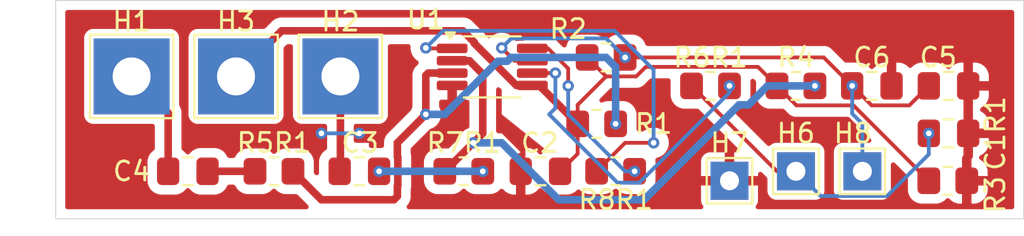
<source format=kicad_pcb>
(kicad_pcb (version 20241229) (generator "pcbnew") (generator_version "9.0")
  (layers (0 "F.Cu" signal) (2 "B.Cu" signal) (13 "F.Paste" user) (15 "B.Paste" user) (5 "F.SilkS" user "F.Silkscreen") (7 "B.SilkS" user "B.Silkscreen") (1 "F.Mask" user) (3 "B.Mask" user) (25 "Edge.Cuts" user))
  (net 0 "")
  (net 1 "GND")
  (net 2 "/A0")
  (net 3 "Net-(U1-Ref)")
  (net 4 "Net-(C3-Pad2)")
  (net 5 "Net-(C3-Pad1)")
  (net 6 "Net-(C4-Pad2)")
  (net 7 "Net-(C4-Pad1)")
  (net 8 "VCC")
  (net 9 "Net-(U1-+)")
  (net 10 "Net-(U1--)")
  (net 11 "Net-(R6R1-Pad2)")
  (net 12 "Net-(R8R1-Pad1)")
  (net 13 "Net-(R8R1-Pad2)")
  (footprint "Resistor_SMD:R_0805_2012Metric_Pad1.20x1.40mm_HandSolder" (layer "F.Cu") (at 61 21.5 180)
    (property "Reference" "R3" (at -2.5 -0.735 90) (layer "F.SilkS"))
    (property "Value" "10kR")
    (fp_line (start -0.227064 0.735) (end 0.227064 0.735) (stroke (width 0.12)) (layer "F.SilkS"))
    (fp_line (start -0.227064 -0.735) (end 0.227064 -0.735) (stroke (width 0.12)) (layer "F.SilkS"))
    (pad "1" smd roundrect (at -1 0 180) (size 1.2 1.4) (layers "F.Cu" "F.Mask" "F.Paste") (roundrect_rratio 0.208333) (net 1 "GND"))
    (pad "2" smd roundrect (at 1 0 180) (size 1.2 1.4) (layers "F.Cu" "F.Mask" "F.Paste") (roundrect_rratio 0.208333) (net 3 "Net-(U1-Ref)"))
  )
  (footprint "Resistor_SMD:R_0805_2012Metric_Pad1.20x1.40mm_HandSolder" (layer "F.Cu") (at 35.5 21)
    (property "Reference" "R7R1" (at 0 -1.5 0) (layer "F.SilkS"))
    (property "Value" "none")
    (fp_line (start -0.227064 -0.735) (end 0.227064 -0.735) (stroke (width 0.12)) (layer "F.SilkS"))
    (fp_line (start -0.227064 0.735) (end 0.227064 0.735) (stroke (width 0.12)) (layer "F.SilkS"))
    (pad "1" smd roundrect (at -1 0) (size 1.2 1.4) (layers "F.Cu" "F.Mask" "F.Paste") (roundrect_rratio 0.208333) (net 10 "Net-(U1--)"))
    (pad "2" smd roundrect (at 1 0) (size 1.2 1.4) (layers "F.Cu" "F.Mask" "F.Paste") (roundrect_rratio 0.208333) (net 4 "Net-(C3-Pad2)"))
  )
  (footprint "Resistor_SMD:R_0805_2012Metric_Pad1.20x1.40mm_HandSolder" (layer "F.Cu") (at 53 16.5)
    (property "Reference" "R4" (at 0 -1.5 0) (layer "F.SilkS"))
    (property "Value" "none")
    (fp_line (start -0.227064 -0.735) (end 0.227064 -0.735) (stroke (width 0.12)) (layer "F.SilkS"))
    (fp_line (start -0.227064 0.735) (end 0.227064 0.735) (stroke (width 0.12)) (layer "F.SilkS"))
    (pad "1" smd roundrect (at -1 0) (size 1.2 1.4) (layers "F.Cu" "F.Mask" "F.Paste") (roundrect_rratio 0.208333) (net 3 "Net-(U1-Ref)"))
    (pad "2" smd roundrect (at 1 0) (size 1.2 1.4) (layers "F.Cu" "F.Mask" "F.Paste") (roundrect_rratio 0.208333) (net 10 "Net-(U1--)"))
  )
  (footprint "TestPoint:TestPoint_THTPad_4.0x4.0mm_Drill2.0mm" (layer "F.Cu") (at 23.5 16)
    (property "Reference" "H3" (at 0 -2.898 0) (layer "F.SilkS"))
    (property "Value" "MountingHole_Pad")
    (fp_line (start -2.2 -2.2) (end 2.2 -2.2) (stroke (width 0.12)) (layer "F.SilkS"))
    (fp_line (start -2.2 2.2) (end -2.2 -2.2) (stroke (width 0.12)) (layer "F.SilkS"))
    (fp_line (start 2.2 -2.2) (end 2.2 2.2) (stroke (width 0.12)) (layer "F.SilkS"))
    (fp_line (start 2.2 2.2) (end -2.2 2.2) (stroke (width 0.12)) (layer "F.SilkS"))
    (pad "1" thru_hole rect (at 0 0) (size 4 4) (drill 2) (layers "*.Cu" "*.Mask") (net 3 "Net-(U1-Ref)"))
  )
  (footprint "Resistor_SMD:R_0805_2012Metric_Pad1.20x1.40mm_HandSolder" (layer "F.Cu") (at 48.5 16.5)
    (property "Reference" "R6R1" (at 0 -1.5 0) (layer "F.SilkS"))
    (property "Value" "10kR")
    (fp_line (start -0.227064 -0.735) (end 0.227064 -0.735) (stroke (width 0.12)) (layer "F.SilkS"))
    (fp_line (start -0.227064 0.735) (end 0.227064 0.735) (stroke (width 0.12)) (layer "F.SilkS"))
    (pad "1" smd roundrect (at -1 0) (size 1.2 1.4) (layers "F.Cu" "F.Mask" "F.Paste") (roundrect_rratio 0.208333) (net 2 "/A0"))
    (pad "2" smd roundrect (at 1 0) (size 1.2 1.4) (layers "F.Cu" "F.Mask" "F.Paste") (roundrect_rratio 0.208333) (net 11 "Net-(R6R1-Pad2)"))
  )
  (footprint "Capacitor_SMD:C_0805_2012Metric_Pad1.18x1.45mm_HandSolder" (layer "F.Cu") (at 20.9625 21)
    (property "Reference" "C4" (at -2.9625 0 0) (layer "F.SilkS"))
    (property "Value" "none")
    (fp_line (start -0.261252 -0.735) (end 0.261252 -0.735) (stroke (width 0.12)) (layer "F.SilkS"))
    (fp_line (start -0.261252 0.735) (end 0.261252 0.735) (stroke (width 0.12)) (layer "F.SilkS"))
    (pad "1" smd roundrect (at -1.0375 0) (size 1.175 1.45) (layers "F.Cu" "F.Mask" "F.Paste") (roundrect_rratio 0.212766) (net 7 "Net-(C4-Pad1)"))
    (pad "2" smd roundrect (at 1.0375 0) (size 1.175 1.45) (layers "F.Cu" "F.Mask" "F.Paste") (roundrect_rratio 0.212766) (net 6 "Net-(C4-Pad2)"))
  )
  (footprint "TestPoint:TestPoint_THTPad_2.0x2.0mm_Drill1.0mm" (layer "F.Cu") (at 53 21)
    (property "Reference" "H6" (at 0 -2 0) (layer "F.SilkS"))
    (property "Value" "A0 pad")
    (fp_line (start -1.2 -1.2) (end 1.2 -1.2) (stroke (width 0.12)) (layer "F.SilkS"))
    (fp_line (start -1.2 1.2) (end -1.2 -1.2) (stroke (width 0.12)) (layer "F.SilkS"))
    (fp_line (start 1.2 -1.2) (end 1.2 1.2) (stroke (width 0.12)) (layer "F.SilkS"))
    (fp_line (start 1.2 1.2) (end -1.2 1.2) (stroke (width 0.12)) (layer "F.SilkS"))
    (pad "1" thru_hole rect (at 0 0) (size 2 2) (drill 1) (layers "*.Cu" "*.Mask") (net 2 "/A0"))
  )
  (footprint "Resistor_SMD:R_0805_2012Metric_Pad1.20x1.40mm_HandSolder" (layer "F.Cu") (at 25.5 21)
    (property "Reference" "R5R1" (at 0 -1.5 0) (layer "F.SilkS"))
    (property "Value" "1kR")
    (fp_line (start -0.227064 -0.735) (end 0.227064 -0.735) (stroke (width 0.12)) (layer "F.SilkS"))
    (fp_line (start -0.227064 0.735) (end 0.227064 0.735) (stroke (width 0.12)) (layer "F.SilkS"))
    (pad "1" smd roundrect (at -1 0) (size 1.2 1.4) (layers "F.Cu" "F.Mask" "F.Paste") (roundrect_rratio 0.208333) (net 6 "Net-(C4-Pad2)"))
    (pad "2" smd roundrect (at 1 0) (size 1.2 1.4) (layers "F.Cu" "F.Mask" "F.Paste") (roundrect_rratio 0.208333) (net 9 "Net-(U1-+)"))
  )
  (footprint "Resistor_SMD:R_0805_2012Metric_Pad1.20x1.40mm_HandSolder" (layer "F.Cu") (at 43.5 21)
    (property "Reference" "R8R1" (at 0 1.5 0) (layer "F.SilkS"))
    (property "Value" "none")
    (fp_line (start -0.227064 -0.735) (end 0.227064 -0.735) (stroke (width 0.12)) (layer "F.SilkS"))
    (fp_line (start -0.227064 0.735) (end 0.227064 0.735) (stroke (width 0.12)) (layer "F.SilkS"))
    (pad "1" smd roundrect (at -1 0) (size 1.2 1.4) (layers "F.Cu" "F.Mask" "F.Paste") (roundrect_rratio 0.208333) (net 12 "Net-(R8R1-Pad1)"))
    (pad "2" smd roundrect (at 1 0) (size 1.2 1.4) (layers "F.Cu" "F.Mask" "F.Paste") (roundrect_rratio 0.208333) (net 13 "Net-(R8R1-Pad2)"))
  )
  (footprint "Resistor_SMD:R_0805_2012Metric_Pad1.20x1.40mm_HandSolder" (layer "F.Cu") (at 42.5 18.5)
    (property "Reference" "R1" (at 3 0 0) (layer "F.SilkS"))
    (property "Value" "10MR")
    (fp_line (start -0.227064 -0.735) (end 0.227064 -0.735) (stroke (width 0.12)) (layer "F.SilkS"))
    (fp_line (start -0.227064 0.735) (end 0.227064 0.735) (stroke (width 0.12)) (layer "F.SilkS"))
    (pad "1" smd roundrect (at -1 0) (size 1.2 1.4) (layers "F.Cu" "F.Mask" "F.Paste") (roundrect_rratio 0.208333) (net 3 "Net-(U1-Ref)"))
    (pad "2" smd roundrect (at 1 0) (size 1.2 1.4) (layers "F.Cu" "F.Mask" "F.Paste") (roundrect_rratio 0.208333) (net 9 "Net-(U1-+)"))
  )
  (footprint "Package_SO:VSSOP-8_3x3mm_P0.65mm" (layer "F.Cu") (at 37 15.5)
    (property "Reference" "U1" (at -3.5 -2.5 0) (layer "F.SilkS"))
    (property "Value" "INA333xxDGK")
    (fp_line (start 0 -1.61) (end -1.5 -1.61) (stroke (width 0.12)) (layer "F.SilkS"))
    (fp_line (start 0 -1.61) (end 1.5 -1.61) (stroke (width 0.12)) (layer "F.SilkS"))
    (fp_line (start 0 1.61) (end -1.5 1.61) (stroke (width 0.12)) (layer "F.SilkS"))
    (fp_line (start 0 1.61) (end 1.5 1.61) (stroke (width 0.12)) (layer "F.SilkS"))
    (fp_poly (pts (xy -2.2125 -1.485) (xy -2.4525 -1.815) (xy -1.9725 -1.815)) (stroke (width 0.12)) (fill yes) (layer "F.SilkS"))
    (pad "1" smd roundrect (at -2.1125 -0.975) (size 1.625 0.5) (layers "F.Cu" "F.Mask" "F.Paste") (net 12 "Net-(R8R1-Pad1)") (clearance 0.15))
    (pad "2" smd roundrect (at -2.1125 -0.325) (size 1.625 0.5) (layers "F.Cu" "F.Mask" "F.Paste") (net 10 "Net-(U1--)") (clearance 0.15))
    (pad "3" smd roundrect (at -2.1125 0.325) (size 1.625 0.5) (layers "F.Cu" "F.Mask" "F.Paste") (net 9 "Net-(U1-+)") (clearance 0.15))
    (pad "4" smd roundrect (at -2.1125 0.975) (size 1.625 0.5) (layers "F.Cu" "F.Mask" "F.Paste") (net 1 "GND") (clearance 0.15))
    (pad "5" smd roundrect (at 2.1125 0.975) (size 1.625 0.5) (layers "F.Cu" "F.Mask" "F.Paste") (net 3 "Net-(U1-Ref)") (clearance 0.15))
    (pad "6" smd roundrect (at 2.1125 0.325) (size 1.625 0.5) (layers "F.Cu" "F.Mask" "F.Paste") (net 11 "Net-(R6R1-Pad2)") (clearance 0.15))
    (pad "7" smd roundrect (at 2.1125 -0.325) (size 1.625 0.5) (layers "F.Cu" "F.Mask" "F.Paste") (net 8 "VCC") (clearance 0.15))
    (pad "8" smd roundrect (at 2.1125 -0.975) (size 1.625 0.5) (layers "F.Cu" "F.Mask" "F.Paste") (net 13 "Net-(R8R1-Pad2)") (clearance 0.15))
  )
  (footprint "Capacitor_SMD:C_0805_2012Metric_Pad1.18x1.45mm_HandSolder" (layer "F.Cu") (at 39.5375 21)
    (property "Reference" "C2" (at -0.0375 -1.5 0) (layer "F.SilkS"))
    (property "Value" "1µF")
    (fp_line (start -0.261252 -0.735) (end 0.261252 -0.735) (stroke (width 0.12)) (layer "F.SilkS"))
    (fp_line (start -0.261252 0.735) (end 0.261252 0.735) (stroke (width 0.12)) (layer "F.SilkS"))
    (pad "1" smd roundrect (at -1.0375 0) (size 1.175 1.45) (layers "F.Cu" "F.Mask" "F.Paste") (roundrect_rratio 0.212766) (net 1 "GND"))
    (pad "2" smd roundrect (at 1.0375 0) (size 1.175 1.45) (layers "F.Cu" "F.Mask" "F.Paste") (roundrect_rratio 0.212766) (net 3 "Net-(U1-Ref)"))
  )
  (footprint "TestPoint:TestPoint_THTPad_4.0x4.0mm_Drill2.0mm" (layer "F.Cu") (at 29 16)
    (property "Reference" "H2" (at 0 -2.898 0) (layer "F.SilkS"))
    (property "Value" "MountingHole_Pad")
    (fp_line (start -2.2 -2.2) (end 2.2 -2.2) (stroke (width 0.12)) (layer "F.SilkS"))
    (fp_line (start -2.2 2.2) (end -2.2 -2.2) (stroke (width 0.12)) (layer "F.SilkS"))
    (fp_line (start 2.2 -2.2) (end 2.2 2.2) (stroke (width 0.12)) (layer "F.SilkS"))
    (fp_line (start 2.2 2.2) (end -2.2 2.2) (stroke (width 0.12)) (layer "F.SilkS"))
    (pad "1" thru_hole rect (at 0 0) (size 4 4) (drill 2) (layers "*.Cu" "*.Mask") (net 5 "Net-(C3-Pad1)"))
  )
  (footprint "Resistor_SMD:R_0805_2012Metric_Pad1.20x1.40mm_HandSolder" (layer "F.Cu") (at 43 15)
    (property "Reference" "R2" (at -2 -1.5 0) (layer "F.SilkS"))
    (property "Value" "10kR")
    (fp_line (start -0.227064 -0.735) (end 0.227064 -0.735) (stroke (width 0.12)) (layer "F.SilkS"))
    (fp_line (start -0.227064 0.735) (end 0.227064 0.735) (stroke (width 0.12)) (layer "F.SilkS"))
    (pad "1" smd roundrect (at -1 0) (size 1.2 1.4) (layers "F.Cu" "F.Mask" "F.Paste") (roundrect_rratio 0.208333) (net 3 "Net-(U1-Ref)"))
    (pad "2" smd roundrect (at 1 0) (size 1.2 1.4) (layers "F.Cu" "F.Mask" "F.Paste") (roundrect_rratio 0.208333) (net 8 "VCC"))
  )
  (footprint "Capacitor_SMD:C_0805_2012Metric_Pad1.18x1.45mm_HandSolder" (layer "F.Cu") (at 61.0375 19)
    (property "Reference" "C1R1" (at 2.4625 0 90) (layer "F.SilkS"))
    (property "Value" "none")
    (fp_line (start -0.261252 -0.735) (end 0.261252 -0.735) (stroke (width 0.12)) (layer "F.SilkS"))
    (fp_line (start -0.261252 0.735) (end 0.261252 0.735) (stroke (width 0.12)) (layer "F.SilkS"))
    (pad "1" smd roundrect (at -1.0375 0) (size 1.175 1.45) (layers "F.Cu" "F.Mask" "F.Paste") (roundrect_rratio 0.212766) (net 2 "/A0"))
    (pad "2" smd roundrect (at 1.0375 0) (size 1.175 1.45) (layers "F.Cu" "F.Mask" "F.Paste") (roundrect_rratio 0.212766) (net 1 "GND"))
  )
  (footprint "TestPoint:TestPoint_THTPad_4.0x4.0mm_Drill2.0mm" (layer "F.Cu") (at 18 16)
    (property "Reference" "H1" (at 0 -2.898 0) (layer "F.SilkS"))
    (property "Value" "MountingHole_Pad")
    (fp_line (start -2.2 -2.2) (end 2.2 -2.2) (stroke (width 0.12)) (layer "F.SilkS"))
    (fp_line (start -2.2 2.2) (end -2.2 -2.2) (stroke (width 0.12)) (layer "F.SilkS"))
    (fp_line (start 2.2 -2.2) (end 2.2 2.2) (stroke (width 0.12)) (layer "F.SilkS"))
    (fp_line (start 2.2 2.2) (end -2.2 2.2) (stroke (width 0.12)) (layer "F.SilkS"))
    (pad "1" thru_hole rect (at 0 0) (size 4 4) (drill 2) (layers "*.Cu" "*.Mask") (net 7 "Net-(C4-Pad1)"))
  )
  (footprint "TestPoint:TestPoint_THTPad_2.0x2.0mm_Drill1.0mm" (layer "F.Cu") (at 49.5 21.5)
    (property "Reference" "H7" (at 0 -2 0) (layer "F.SilkS"))
    (property "Value" "GND pad")
    (fp_line (start -1.2 -1.2) (end 1.2 -1.2) (stroke (width 0.12)) (layer "F.SilkS"))
    (fp_line (start -1.2 1.2) (end -1.2 -1.2) (stroke (width 0.12)) (layer "F.SilkS"))
    (fp_line (start 1.2 -1.2) (end 1.2 1.2) (stroke (width 0.12)) (layer "F.SilkS"))
    (fp_line (start 1.2 1.2) (end -1.2 1.2) (stroke (width 0.12)) (layer "F.SilkS"))
    (pad "1" thru_hole rect (at 0 0) (size 2 2) (drill 1) (layers "*.Cu" "*.Mask") (net 1 "GND"))
  )
  (footprint "Capacitor_SMD:C_0805_2012Metric_Pad1.18x1.45mm_HandSolder" (layer "F.Cu") (at 57 16.5)
    (property "Reference" "C6" (at 0 -1.5 0) (layer "F.SilkS"))
    (property "Value" "10 µF")
    (fp_line (start -0.261252 -0.735) (end 0.261252 -0.735) (stroke (width 0.12)) (layer "F.SilkS"))
    (fp_line (start -0.261252 0.735) (end 0.261252 0.735) (stroke (width 0.12)) (layer "F.SilkS"))
    (pad "1" smd roundrect (at -1.0375 0) (size 1.175 1.45) (layers "F.Cu" "F.Mask" "F.Paste") (roundrect_rratio 0.212766) (net 8 "VCC"))
    (pad "2" smd roundrect (at 1.0375 0) (size 1.175 1.45) (layers "F.Cu" "F.Mask" "F.Paste") (roundrect_rratio 0.212766) (net 1 "GND"))
  )
  (footprint "Capacitor_SMD:C_0805_2012Metric_Pad1.18x1.45mm_HandSolder" (layer "F.Cu") (at 61.0375 16.5)
    (property "Reference" "C5" (at -0.5375 -1.5 0) (layer "F.SilkS"))
    (property "Value" "100 nF")
    (fp_line (start -0.261252 -0.735) (end 0.261252 -0.735) (stroke (width 0.12)) (layer "F.SilkS"))
    (fp_line (start -0.261252 0.735) (end 0.261252 0.735) (stroke (width 0.12)) (layer "F.SilkS"))
    (pad "1" smd roundrect (at -1.0375 0) (size 1.175 1.45) (layers "F.Cu" "F.Mask" "F.Paste") (roundrect_rratio 0.212766) (net 8 "VCC"))
    (pad "2" smd roundrect (at 1.0375 0) (size 1.175 1.45) (layers "F.Cu" "F.Mask" "F.Paste") (roundrect_rratio 0.212766) (net 1 "GND"))
  )
  (footprint "TestPoint:TestPoint_THTPad_2.0x2.0mm_Drill1.0mm" (layer "F.Cu") (at 56.5 21)
    (property "Reference" "H8" (at -0.5 -2 0) (layer "F.SilkS"))
    (property "Value" "VCC pad 3.3v")
    (fp_line (start -1.2 -1.2) (end 1.2 -1.2) (stroke (width 0.12)) (layer "F.SilkS"))
    (fp_line (start -1.2 1.2) (end -1.2 -1.2) (stroke (width 0.12)) (layer "F.SilkS"))
    (fp_line (start 1.2 -1.2) (end 1.2 1.2) (stroke (width 0.12)) (layer "F.SilkS"))
    (fp_line (start 1.2 1.2) (end -1.2 1.2) (stroke (width 0.12)) (layer "F.SilkS"))
    (pad "1" thru_hole rect (at 0 0) (size 2 2) (drill 1) (layers "*.Cu" "*.Mask") (net 8 "VCC"))
  )
  (footprint "Capacitor_SMD:C_0805_2012Metric_Pad1.18x1.45mm_HandSolder" (layer "F.Cu") (at 30 21)
    (property "Reference" "C3" (at 0.0375 -1.5 0) (layer "F.SilkS"))
    (property "Value" "none")
    (fp_line (start -0.261252 -0.735) (end 0.261252 -0.735) (stroke (width 0.12)) (layer "F.SilkS"))
    (fp_line (start -0.261252 0.735) (end 0.261252 0.735) (stroke (width 0.12)) (layer "F.SilkS"))
    (pad "1" smd roundrect (at -1.0375 0) (size 1.175 1.45) (layers "F.Cu" "F.Mask" "F.Paste") (roundrect_rratio 0.212766) (net 5 "Net-(C3-Pad1)"))
    (pad "2" smd roundrect (at 1.0375 0) (size 1.175 1.45) (layers "F.Cu" "F.Mask" "F.Paste") (roundrect_rratio 0.212766) (net 4 "Net-(C3-Pad2)"))
  )
  (gr_rect (start 14 12) (end 65 23.5) (stroke (width 0.05)) (fill no) (layer "Edge.Cuts"))
  (via (at 28 19) (size 0.6) (drill 0.3) (layers "F.Cu" "B.Cu") (net 1))
  (via (at 30 19) (size 0.6) (drill 0.3) (layers "F.Cu" "B.Cu") (net 1))
  (segment (start 30 19) (end 28 19) (width 0.2) (layer "B.Cu") (net 1))
  (segment (start 52 21) (end 53 21) (width 0.2) (layer "F.Cu") (net 2))
  (segment (start 47.5 16.5) (end 52 21) (width 0.2) (layer "F.Cu") (net 2))
  (via (at 60 19) (size 0.6) (drill 0.3) (layers "F.Cu" "B.Cu") (net 2))
  (segment (start 53 21) (end 54.301 22.301) (width 0.2) (layer "B.Cu") (net 2))
  (segment (start 57.801 22.301) (end 60 20.102) (width 0.2) (layer "B.Cu") (net 2))
  (segment (start 60 20.102) (end 60 19) (width 0.2) (layer "B.Cu") (net 2))
  (segment (start 54.301 22.301) (end 57.801 22.301) (width 0.2) (layer "B.Cu") (net 2))
  (segment (start 38.27337 16.475) (end 36.051 14.25263) (width 0.4) (layer "F.Cu") (net 3))
  (segment (start 56.026 17.526) (end 53.026 17.526) (width 0.2) (layer "F.Cu") (net 3))
  (segment (start 41.5 18.5) (end 40.975 17.975) (width 0.2) (layer "F.Cu") (net 3))
  (segment (start 36.051 14.25263) (end 36.051 14.19937) (width 0.4) (layer "F.Cu") (net 3))
  (segment (start 36.051 14.19937) (end 35.45063 13.599) (width 0.4) (layer "F.Cu") (net 3))
  (segment (start 43.001 16.001) (end 43 16) (width 0.2) (layer "F.Cu") (net 3))
  (segment (start 41.5 20.075) (end 40.575 21) (width 0.2) (layer "F.Cu") (net 3))
  (segment (start 41.5 18.5) (end 41.5 20.075) (width 0.2) (layer "F.Cu") (net 3))
  (segment (start 43 16) (end 42 15) (width 0.2) (layer "F.Cu") (net 3))
  (segment (start 39.1125 16.475) (end 39.475 16.475) (width 0.4) (layer "F.Cu") (net 3))
  (segment (start 39.1125 16.475) (end 38.27337 16.475) (width 0.4) (layer "F.Cu") (net 3))
  (segment (start 43 16) (end 41.5 17.5) (width 0.2) (layer "F.Cu") (net 3))
  (segment (start 51 15.5) (end 45.08616 15.5) (width 0.2) (layer "F.Cu") (net 3))
  (segment (start 39.475 16.475) (end 41.5 18.5) (width 0.4) (layer "F.Cu") (net 3))
  (segment (start 45.08616 15.5) (end 44.58516 16.001) (width 0.2) (layer "F.Cu") (net 3))
  (segment (start 25.901 13.599) (end 23.5 16) (width 0.4) (layer "F.Cu") (net 3))
  (segment (start 53.026 17.526) (end 52 16.5) (width 0.2) (layer "F.Cu") (net 3))
  (segment (start 35.45063 13.599) (end 25.901 13.599) (width 0.4) (layer "F.Cu") (net 3))
  (segment (start 60 21.5) (end 56.026 17.526) (width 0.2) (layer "F.Cu") (net 3))
  (segment (start 44.58516 16.001) (end 43.001 16.001) (width 0.2) (layer "F.Cu") (net 3))
  (segment (start 52 16.5) (end 51 15.5) (width 0.2) (layer "F.Cu") (net 3))
  (segment (start 41.5 17.5) (end 41.5 18.5) (width 0.2) (layer "F.Cu") (net 3))
  (via (at 31.0375 21) (size 0.6) (drill 0.3) (layers "F.Cu" "B.Cu") (net 4))
  (via (at 36.5 21) (size 0.6) (drill 0.3) (layers "F.Cu" "B.Cu") (net 4))
  (segment (start 36.5 21) (end 31.0375 21) (width 0.4) (layer "B.Cu") (net 4))
  (segment (start 29 20.9625) (end 28.9625 21) (width 0.4) (layer "F.Cu") (net 5))
  (segment (start 29 16) (end 29 20.9625) (width 0.4) (layer "F.Cu") (net 5))
  (segment (start 24.5 21) (end 22 21) (width 0.4) (layer "F.Cu") (net 6))
  (segment (start 18 16) (end 19.925 17.925) (width 0.4) (layer "F.Cu") (net 7))
  (segment (start 19.925 17.925) (end 19.925 21) (width 0.4) (layer "F.Cu") (net 7))
  (segment (start 38.175 15.175) (end 37.5 14.5) (width 0.2) (layer "F.Cu") (net 8))
  (segment (start 56.9885 17.526) (end 58.974 17.526) (width 0.2) (layer "F.Cu") (net 8))
  (segment (start 39.1125 15.175) (end 38.175 15.175) (width 0.2) (layer "F.Cu") (net 8))
  (segment (start 54.4625 15) (end 44 15) (width 0.2) (layer "F.Cu") (net 8))
  (segment (start 55.9625 16.5) (end 54.4625 15) (width 0.2) (layer "F.Cu") (net 8))
  (segment (start 55.9625 16.5) (end 56.9885 17.526) (width 0.2) (layer "F.Cu") (net 8))
  (segment (start 58.974 17.526) (end 60 16.5) (width 0.2) (layer "F.Cu") (net 8))
  (via (at 37.5 14.5) (size 0.6) (drill 0.3) (layers "F.Cu" "B.Cu") (net 8))
  (via (at 55.9625 16.5) (size 0.6) (drill 0.3) (layers "F.Cu" "B.Cu") (net 8))
  (via (at 44 15) (size 0.6) (drill 0.3) (layers "F.Cu" "B.Cu") (net 8))
  (segment (start 37.5 14.5) (end 38 14) (width 0.2) (layer "B.Cu") (net 8))
  (segment (start 38 14) (end 43 14) (width 0.2) (layer "B.Cu") (net 8))
  (segment (start 56.5 18.5) (end 55.9625 17.9625) (width 0.2) (layer "B.Cu") (net 8))
  (segment (start 43 14) (end 44 15) (width 0.2) (layer "B.Cu") (net 8))
  (segment (start 56.5 21) (end 56.5 18.5) (width 0.2) (layer "B.Cu") (net 8))
  (segment (start 55.9625 17.9625) (end 55.9625 16.5) (width 0.2) (layer "B.Cu") (net 8))
  (segment (start 32 20.22242) (end 32 19.5) (width 0.4) (layer "F.Cu") (net 9))
  (segment (start 26.5 21) (end 28 22.5) (width 0.4) (layer "F.Cu") (net 9))
  (segment (start 28 22.5) (end 31.81808 22.5) (width 0.4) (layer "F.Cu") (net 9))
  (segment (start 33.5 15.95) (end 33.5 18) (width 0.4) (layer "F.Cu") (net 9))
  (segment (start 32.026 20.24842) (end 32 20.22242) (width 0.4) (layer "F.Cu") (net 9))
  (segment (start 31.81808 22.5) (end 32 22.31808) (width 0.4) (layer "F.Cu") (net 9))
  (segment (start 32 21.77758) (end 32.026 21.75158) (width 0.4) (layer "F.Cu") (net 9))
  (segment (start 32 22.31808) (end 32 21.77758) (width 0.4) (layer "F.Cu") (net 9))
  (segment (start 32.026 21.75158) (end 32.026 20.24842) (width 0.4) (layer "F.Cu") (net 9))
  (segment (start 32 19.5) (end 33.5 18) (width 0.4) (layer "F.Cu") (net 9))
  (segment (start 33.625 15.825) (end 33.5 15.95) (width 0.4) (layer "F.Cu") (net 9))
  (segment (start 34.8875 15.825) (end 33.625 15.825) (width 0.4) (layer "F.Cu") (net 9))
  (via (at 33.5 18) (size 0.6) (drill 0.3) (layers "F.Cu" "B.Cu") (net 9))
  (via (at 43.5 18.5) (size 0.6) (drill 0.3) (layers "F.Cu" "B.Cu") (net 9))
  (segment (start 34.5 18) (end 37.299 15.201) (width 0.4) (layer "B.Cu") (net 9))
  (segment (start 43 15) (end 43.5 15.5) (width 0.4) (layer "B.Cu") (net 9))
  (segment (start 37.790364 15.201) (end 37.991364 15) (width 0.4) (layer "B.Cu") (net 9))
  (segment (start 37.299 15.201) (end 37.790364 15.201) (width 0.4) (layer "B.Cu") (net 9))
  (segment (start 43.5 15.5) (end 43.5 18.5) (width 0.4) (layer "B.Cu") (net 9))
  (segment (start 37.991364 15) (end 43 15) (width 0.4) (layer "B.Cu") (net 9))
  (segment (start 33.5 18) (end 34.5 18) (width 0.4) (layer "B.Cu") (net 9))
  (segment (start 34.8875 15.175) (end 35.79734 15.175) (width 0.4) (layer "F.Cu") (net 10))
  (segment (start 34.5 21) (end 36.001 19.499) (width 0.4) (layer "F.Cu") (net 10))
  (segment (start 35.79734 15.175) (end 36.5 15.87766) (width 0.4) (layer "F.Cu") (net 10))
  (segment (start 36.5 19) (end 36.5 15.87766) (width 0.4) (layer "F.Cu") (net 10))
  (segment (start 36.001 19.499) (end 36.5 19) (width 0.4) (layer "F.Cu") (net 10))
  (via (at 36.001 19.499) (size 0.6) (drill 0.3) (layers "F.Cu" "B.Cu") (net 10))
  (via (at 54 16.5) (size 0.6) (drill 0.3) (layers "F.Cu" "B.Cu") (net 10))
  (segment (start 50 17.5) (end 50.5 17.5) (width 0.4) (layer "B.Cu") (net 10))
  (segment (start 50.5 17.5) (end 51.5 16.5) (width 0.4) (layer "B.Cu") (net 10))
  (segment (start 40.5 22.5) (end 45 22.5) (width 0.4) (layer "B.Cu") (net 10))
  (segment (start 45 22.5) (end 50 17.5) (width 0.4) (layer "B.Cu") (net 10))
  (segment (start 36.001 19.499) (end 37.499 19.499) (width 0.4) (layer "B.Cu") (net 10))
  (segment (start 37.499 19.499) (end 40.5 22.5) (width 0.4) (layer "B.Cu") (net 10))
  (segment (start 51.5 16.5) (end 54 16.5) (width 0.4) (layer "B.Cu") (net 10))
  (segment (start 39.1125 15.825) (end 40.325 15.825) (width 0.2) (layer "F.Cu") (net 11))
  (via (at 40.325 15.825) (size 0.6) (drill 0.3) (layers "F.Cu" "B.Cu") (net 11))
  (via (at 49.5 16.5) (size 0.6) (drill 0.3) (layers "F.Cu" "B.Cu") (net 11))
  (segment (start 40.325 15.825) (end 40.325 17.675) (width 0.2) (layer "B.Cu") (net 11))
  (segment (start 40 18) (end 43.601 21.601) (width 0.2) (layer "B.Cu") (net 11))
  (segment (start 43.601 21.601) (end 44.748943 21.601) (width 0.2) (layer "B.Cu") (net 11))
  (segment (start 40.325 17.675) (end 40 18) (width 0.2) (layer "B.Cu") (net 11))
  (segment (start 44.748943 21.601) (end 49.5 16.849943) (width 0.2) (layer "B.Cu") (net 11))
  (segment (start 49.5 16.849943) (end 49.5 16.5) (width 0.2) (layer "B.Cu") (net 11))
  (segment (start 33.525 14.525) (end 33.5 14.5) (width 0.2) (layer "F.Cu") (net 12))
  (segment (start 44 19.5) (end 45.5 19.5) (width 0.2) (layer "F.Cu") (net 12))
  (segment (start 34.8875 14.525) (end 33.525 14.525) (width 0.2) (layer "F.Cu") (net 12))
  (segment (start 42.5 21) (end 44 19.5) (width 0.2) (layer "F.Cu") (net 12))
  (via (at 45.5 19.5) (size 0.6) (drill 0.3) (layers "F.Cu" "B.Cu") (net 12))
  (via (at 33.5 14.5) (size 0.6) (drill 0.3) (layers "F.Cu" "B.Cu") (net 12))
  (segment (start 45.5 15.650057) (end 45.5 19.5) (width 0.2) (layer "B.Cu") (net 12))
  (segment (start 33.5 14.5) (end 34.401 13.599) (width 0.2) (layer "B.Cu") (net 12))
  (segment (start 34.401 13.599) (end 43.448943 13.599) (width 0.2) (layer "B.Cu") (net 12))
  (segment (start 43.448943 13.599) (end 45.5 15.650057) (width 0.2) (layer "B.Cu") (net 12))
  (segment (start 41 15.58616) (end 41 16.5) (width 0.2) (layer "F.Cu") (net 13))
  (segment (start 39.93884 14.525) (end 41 15.58616) (width 0.2) (layer "F.Cu") (net 13))
  (segment (start 39.1125 14.525) (end 39.93884 14.525) (width 0.2) (layer "F.Cu") (net 13))
  (via (at 41 16.5) (size 0.6) (drill 0.3) (layers "F.Cu" "B.Cu") (net 13))
  (via (at 44.5 21) (size 0.6) (drill 0.3) (layers "F.Cu" "B.Cu") (net 13))
  (segment (start 41 18) (end 44 21) (width 0.2) (layer "B.Cu") (net 13))
  (segment (start 44 21) (end 44.5 21) (width 0.2) (layer "B.Cu") (net 13))
  (segment (start 41 16.5) (end 41 18) (width 0.2) (layer "B.Cu") (net 13))
  (zone (net 0) (net_name "") (layer "F.Cu") (connect_pads (clearance 0)) (min_thickness 0.25)
    (keepout (tracks allowed) (vias allowed) (pads allowed) (copperpour not_allowed) (footprints allowed))
    (fill (thermal_gap 0.5) (thermal_bridge_width 0.5))
    (polygon (pts (xy 61 19.5) (xy 61.5 20) (xy 61.5 20.5) (xy 61 21) (xy 60 20)))
  )
  (zone (net 1) (net_name "GND") (layer "F.Cu") (connect_pads (clearance 0.5)) (min_thickness 0.25) (fill yes (thermal_gap 0.5) (thermal_bridge_width 0.5) (island_removal_mode 1) (island_area_min 10))
    (polygon (pts (xy 65 12.272222) (xy 14 11.988889) (xy 14 23.511111) (xy 65 23.227777)))
  )
  (zone (net 0) (net_name "") (layer "F.Cu") (connect_pads (clearance 0)) (min_thickness 0.25)
    (keepout (tracks allowed) (vias allowed) (pads allowed) (copperpour not_allowed) (footprints allowed))
    (fill (thermal_gap 0.5) (thermal_bridge_width 0.5))
    (polygon (pts (xy 61.0375 17) (xy 60.5 17.5) (xy 61 18.5) (xy 61.5 18) (xy 61.5 17.5)))
  )
  (zone (net 0) (net_name "") (layer "F.Cu") (connect_pads (clearance 0)) (min_thickness 0.25)
    (keepout (tracks allowed) (vias allowed) (pads allowed) (copperpour not_allowed) (footprints allowed))
    (fill (thermal_gap 0.5) (thermal_bridge_width 0.5))
    (polygon (pts (xy 37.5 19) (xy 37 19) (xy 36.5 19.5) (xy 37.5 20.5) (xy 38.5 20)))
  )
  (zone (net 0) (net_name "") (layer "F.Cu") (connect_pads (clearance 0)) (min_thickness 0.25)
    (keepout (tracks allowed) (vias allowed) (pads allowed) (copperpour not_allowed) (footprints allowed))
    (fill (thermal_gap 0.5) (thermal_bridge_width 0.5))
    (polygon (pts (xy 44 19.5) (xy 40 18) (xy 40 20) (xy 43.5 20.5) (xy 44 20)))
  )
  (zone (net 0) (net_name "") (layer "F.Cu") (connect_pads (clearance 0)) (min_thickness 0.25)
    (keepout (tracks allowed) (vias allowed) (pads allowed) (copperpour not_allowed) (footprints allowed))
    (fill (thermal_gap 0.5) (thermal_bridge_width 0.5))
    (polygon (pts (xy 57.5 18) (xy 58 19) (xy 59 20) (xy 59 18)))
  )
  (zone (net 0) (net_name "") (layer "F.Cu") (connect_pads (clearance 0)) (min_thickness 0.25)
    (keepout (tracks allowed) (vias allowed) (pads allowed) (copperpour not_allowed) (footprints allowed))
    (fill (thermal_gap 0.5) (thermal_bridge_width 0.5))
    (polygon (pts (xy 37.5 18) (xy 40 20) (xy 40.5 18) (xy 37.5 15)))
  )
  (zone (net 0) (net_name "") (layer "F.Cu") (connect_pads (clearance 0)) (min_thickness 0.25)
    (keepout (tracks allowed) (vias allowed) (pads allowed) (copperpour not_allowed) (footprints allowed))
    (fill (thermal_gap 0.5) (thermal_bridge_width 0.5))
    (polygon (pts (xy 29.5 19.5) (xy 30.5 19.5) (xy 30.5 20) (xy 30 20.5)))
  )
)
</source>
